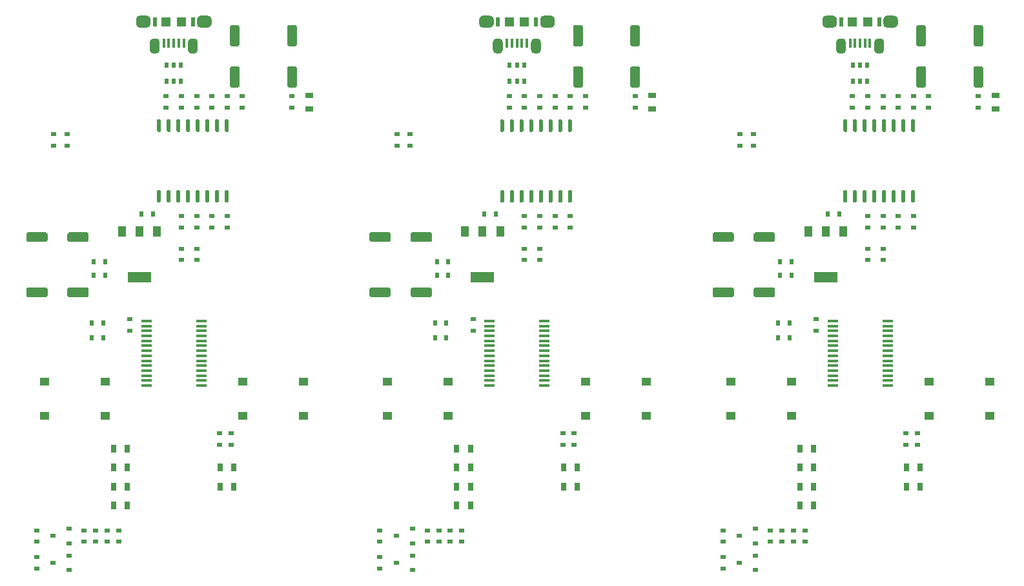
<source format=gtp>
%TF.GenerationSoftware,KiCad,Pcbnew,(5.1.10)-1*%
%TF.CreationDate,2021-10-19T12:00:10+02:00*%
%TF.ProjectId,EspOptoProg Panel,4573704f-7074-46f5-9072-6f672050616e,rev?*%
%TF.SameCoordinates,PXffb3b4c0PY4c4b40*%
%TF.FileFunction,Paste,Top*%
%TF.FilePolarity,Positive*%
%FSLAX46Y46*%
G04 Gerber Fmt 4.6, Leading zero omitted, Abs format (unit mm)*
G04 Created by KiCad (PCBNEW (5.1.10)-1) date 2021-10-19 12:00:10*
%MOMM*%
%LPD*%
G01*
G04 APERTURE LIST*
%ADD10R,1.320000X0.320000*%
%ADD11R,0.480000X0.760000*%
%ADD12R,0.800608X0.560000*%
%ADD13R,0.760000X0.480000*%
%ADD14R,0.640000X1.120000*%
%ADD15R,3.039872X1.440688*%
%ADD16R,1.040384X1.440688*%
%ADD17R,0.560000X1.200000*%
%ADD18R,1.200000X1.200000*%
%ADD19O,0.720000X1.240000*%
%ADD20O,1.040000X0.800000*%
%ADD21R,0.360000X1.280000*%
%ADD22R,1.240000X1.040000*%
%ADD23R,1.120000X0.640000*%
%ADD24R,0.479552X0.800608*%
G04 APERTURE END LIST*
%TO.C,U20*%
G36*
G01*
X31825000Y61420000D02*
X32065000Y61420000D01*
G75*
G02*
X32185000Y61300000I0J-120000D01*
G01*
X32185000Y59900000D01*
G75*
G02*
X32065000Y59780000I-120000J0D01*
G01*
X31825000Y59780000D01*
G75*
G02*
X31705000Y59900000I0J120000D01*
G01*
X31705000Y61300000D01*
G75*
G02*
X31825000Y61420000I120000J0D01*
G01*
G37*
G36*
G01*
X30555000Y61420000D02*
X30795000Y61420000D01*
G75*
G02*
X30915000Y61300000I0J-120000D01*
G01*
X30915000Y59900000D01*
G75*
G02*
X30795000Y59780000I-120000J0D01*
G01*
X30555000Y59780000D01*
G75*
G02*
X30435000Y59900000I0J120000D01*
G01*
X30435000Y61300000D01*
G75*
G02*
X30555000Y61420000I120000J0D01*
G01*
G37*
G36*
G01*
X29285000Y61420000D02*
X29525000Y61420000D01*
G75*
G02*
X29645000Y61300000I0J-120000D01*
G01*
X29645000Y59900000D01*
G75*
G02*
X29525000Y59780000I-120000J0D01*
G01*
X29285000Y59780000D01*
G75*
G02*
X29165000Y59900000I0J120000D01*
G01*
X29165000Y61300000D01*
G75*
G02*
X29285000Y61420000I120000J0D01*
G01*
G37*
G36*
G01*
X28015000Y61420000D02*
X28255000Y61420000D01*
G75*
G02*
X28375000Y61300000I0J-120000D01*
G01*
X28375000Y59900000D01*
G75*
G02*
X28255000Y59780000I-120000J0D01*
G01*
X28015000Y59780000D01*
G75*
G02*
X27895000Y59900000I0J120000D01*
G01*
X27895000Y61300000D01*
G75*
G02*
X28015000Y61420000I120000J0D01*
G01*
G37*
G36*
G01*
X26745000Y61420000D02*
X26985000Y61420000D01*
G75*
G02*
X27105000Y61300000I0J-120000D01*
G01*
X27105000Y59900000D01*
G75*
G02*
X26985000Y59780000I-120000J0D01*
G01*
X26745000Y59780000D01*
G75*
G02*
X26625000Y59900000I0J120000D01*
G01*
X26625000Y61300000D01*
G75*
G02*
X26745000Y61420000I120000J0D01*
G01*
G37*
G36*
G01*
X25475000Y61420000D02*
X25715000Y61420000D01*
G75*
G02*
X25835000Y61300000I0J-120000D01*
G01*
X25835000Y59900000D01*
G75*
G02*
X25715000Y59780000I-120000J0D01*
G01*
X25475000Y59780000D01*
G75*
G02*
X25355000Y59900000I0J120000D01*
G01*
X25355000Y61300000D01*
G75*
G02*
X25475000Y61420000I120000J0D01*
G01*
G37*
G36*
G01*
X24205000Y61420000D02*
X24445000Y61420000D01*
G75*
G02*
X24565000Y61300000I0J-120000D01*
G01*
X24565000Y59900000D01*
G75*
G02*
X24445000Y59780000I-120000J0D01*
G01*
X24205000Y59780000D01*
G75*
G02*
X24085000Y59900000I0J120000D01*
G01*
X24085000Y61300000D01*
G75*
G02*
X24205000Y61420000I120000J0D01*
G01*
G37*
G36*
G01*
X22935000Y61420000D02*
X23175000Y61420000D01*
G75*
G02*
X23295000Y61300000I0J-120000D01*
G01*
X23295000Y59900000D01*
G75*
G02*
X23175000Y59780000I-120000J0D01*
G01*
X22935000Y59780000D01*
G75*
G02*
X22815000Y59900000I0J120000D01*
G01*
X22815000Y61300000D01*
G75*
G02*
X22935000Y61420000I120000J0D01*
G01*
G37*
G36*
G01*
X22935000Y70720000D02*
X23175000Y70720000D01*
G75*
G02*
X23295000Y70600000I0J-120000D01*
G01*
X23295000Y69200000D01*
G75*
G02*
X23175000Y69080000I-120000J0D01*
G01*
X22935000Y69080000D01*
G75*
G02*
X22815000Y69200000I0J120000D01*
G01*
X22815000Y70600000D01*
G75*
G02*
X22935000Y70720000I120000J0D01*
G01*
G37*
G36*
G01*
X24205000Y70720000D02*
X24445000Y70720000D01*
G75*
G02*
X24565000Y70600000I0J-120000D01*
G01*
X24565000Y69200000D01*
G75*
G02*
X24445000Y69080000I-120000J0D01*
G01*
X24205000Y69080000D01*
G75*
G02*
X24085000Y69200000I0J120000D01*
G01*
X24085000Y70600000D01*
G75*
G02*
X24205000Y70720000I120000J0D01*
G01*
G37*
G36*
G01*
X25475000Y70720000D02*
X25715000Y70720000D01*
G75*
G02*
X25835000Y70600000I0J-120000D01*
G01*
X25835000Y69200000D01*
G75*
G02*
X25715000Y69080000I-120000J0D01*
G01*
X25475000Y69080000D01*
G75*
G02*
X25355000Y69200000I0J120000D01*
G01*
X25355000Y70600000D01*
G75*
G02*
X25475000Y70720000I120000J0D01*
G01*
G37*
G36*
G01*
X26745000Y70720000D02*
X26985000Y70720000D01*
G75*
G02*
X27105000Y70600000I0J-120000D01*
G01*
X27105000Y69200000D01*
G75*
G02*
X26985000Y69080000I-120000J0D01*
G01*
X26745000Y69080000D01*
G75*
G02*
X26625000Y69200000I0J120000D01*
G01*
X26625000Y70600000D01*
G75*
G02*
X26745000Y70720000I120000J0D01*
G01*
G37*
G36*
G01*
X28015000Y70720000D02*
X28255000Y70720000D01*
G75*
G02*
X28375000Y70600000I0J-120000D01*
G01*
X28375000Y69200000D01*
G75*
G02*
X28255000Y69080000I-120000J0D01*
G01*
X28015000Y69080000D01*
G75*
G02*
X27895000Y69200000I0J120000D01*
G01*
X27895000Y70600000D01*
G75*
G02*
X28015000Y70720000I120000J0D01*
G01*
G37*
G36*
G01*
X29285000Y70720000D02*
X29525000Y70720000D01*
G75*
G02*
X29645000Y70600000I0J-120000D01*
G01*
X29645000Y69200000D01*
G75*
G02*
X29525000Y69080000I-120000J0D01*
G01*
X29285000Y69080000D01*
G75*
G02*
X29165000Y69200000I0J120000D01*
G01*
X29165000Y70600000D01*
G75*
G02*
X29285000Y70720000I120000J0D01*
G01*
G37*
G36*
G01*
X30555000Y70720000D02*
X30795000Y70720000D01*
G75*
G02*
X30915000Y70600000I0J-120000D01*
G01*
X30915000Y69200000D01*
G75*
G02*
X30795000Y69080000I-120000J0D01*
G01*
X30555000Y69080000D01*
G75*
G02*
X30435000Y69200000I0J120000D01*
G01*
X30435000Y70600000D01*
G75*
G02*
X30555000Y70720000I120000J0D01*
G01*
G37*
G36*
G01*
X31825000Y70720000D02*
X32065000Y70720000D01*
G75*
G02*
X32185000Y70600000I0J-120000D01*
G01*
X32185000Y69200000D01*
G75*
G02*
X32065000Y69080000I-120000J0D01*
G01*
X31825000Y69080000D01*
G75*
G02*
X31705000Y69200000I0J120000D01*
G01*
X31705000Y70600000D01*
G75*
G02*
X31825000Y70720000I120000J0D01*
G01*
G37*
%TD*%
D10*
%TO.C,U30*%
X21400000Y42925000D03*
X21400000Y43575000D03*
X21400000Y44225000D03*
X28600000Y44225000D03*
X28600000Y43575000D03*
X28600000Y42925000D03*
X28600000Y37075000D03*
X28600000Y36425000D03*
X28600000Y35775000D03*
X21400000Y35775000D03*
X21400000Y36425000D03*
X21400000Y37075000D03*
X21400000Y38375000D03*
X28600000Y42275000D03*
X21400000Y39025000D03*
X21400000Y39675000D03*
X21400000Y40325000D03*
X21400000Y40975000D03*
X21400000Y41625000D03*
X21400000Y42275000D03*
X28600000Y39025000D03*
X28600000Y38375000D03*
X28600000Y37725000D03*
X21400000Y37725000D03*
X28600000Y41625000D03*
X28600000Y40975000D03*
X28600000Y40325000D03*
X28600000Y39675000D03*
%TD*%
%TO.C,C53*%
G36*
G01*
X40940000Y80300000D02*
X40060000Y80300000D01*
G75*
G02*
X39860000Y80500000I0J200000D01*
G01*
X39860000Y82900000D01*
G75*
G02*
X40060000Y83100000I200000J0D01*
G01*
X40940000Y83100000D01*
G75*
G02*
X41140000Y82900000I0J-200000D01*
G01*
X41140000Y80500000D01*
G75*
G02*
X40940000Y80300000I-200000J0D01*
G01*
G37*
G36*
G01*
X40940000Y74900000D02*
X40060000Y74900000D01*
G75*
G02*
X39860000Y75100000I0J200000D01*
G01*
X39860000Y77500000D01*
G75*
G02*
X40060000Y77700000I200000J0D01*
G01*
X40940000Y77700000D01*
G75*
G02*
X41140000Y77500000I0J-200000D01*
G01*
X41140000Y75100000D01*
G75*
G02*
X40940000Y74900000I-200000J0D01*
G01*
G37*
%TD*%
D11*
%TO.C,C57*%
X15750000Y44000000D03*
X14250000Y44000000D03*
%TD*%
%TO.C,C56*%
X15750000Y42000000D03*
X14250000Y42000000D03*
%TD*%
%TO.C,C55*%
G36*
G01*
X8450000Y48440000D02*
X8450000Y47560000D01*
G75*
G02*
X8250000Y47360000I-200000J0D01*
G01*
X5850000Y47360000D01*
G75*
G02*
X5650000Y47560000I0J200000D01*
G01*
X5650000Y48440000D01*
G75*
G02*
X5850000Y48640000I200000J0D01*
G01*
X8250000Y48640000D01*
G75*
G02*
X8450000Y48440000I0J-200000D01*
G01*
G37*
G36*
G01*
X13850000Y48440000D02*
X13850000Y47560000D01*
G75*
G02*
X13650000Y47360000I-200000J0D01*
G01*
X11250000Y47360000D01*
G75*
G02*
X11050000Y47560000I0J200000D01*
G01*
X11050000Y48440000D01*
G75*
G02*
X11250000Y48640000I200000J0D01*
G01*
X13650000Y48640000D01*
G75*
G02*
X13850000Y48440000I0J-200000D01*
G01*
G37*
%TD*%
%TO.C,C54*%
G36*
G01*
X8450000Y55690000D02*
X8450000Y54810000D01*
G75*
G02*
X8250000Y54610000I-200000J0D01*
G01*
X5850000Y54610000D01*
G75*
G02*
X5650000Y54810000I0J200000D01*
G01*
X5650000Y55690000D01*
G75*
G02*
X5850000Y55890000I200000J0D01*
G01*
X8250000Y55890000D01*
G75*
G02*
X8450000Y55690000I0J-200000D01*
G01*
G37*
G36*
G01*
X13850000Y55690000D02*
X13850000Y54810000D01*
G75*
G02*
X13650000Y54610000I-200000J0D01*
G01*
X11250000Y54610000D01*
G75*
G02*
X11050000Y54810000I0J200000D01*
G01*
X11050000Y55690000D01*
G75*
G02*
X11250000Y55890000I200000J0D01*
G01*
X13650000Y55890000D01*
G75*
G02*
X13850000Y55690000I0J-200000D01*
G01*
G37*
%TD*%
%TO.C,C52*%
G36*
G01*
X33440000Y80300000D02*
X32560000Y80300000D01*
G75*
G02*
X32360000Y80500000I0J200000D01*
G01*
X32360000Y82900000D01*
G75*
G02*
X32560000Y83100000I200000J0D01*
G01*
X33440000Y83100000D01*
G75*
G02*
X33640000Y82900000I0J-200000D01*
G01*
X33640000Y80500000D01*
G75*
G02*
X33440000Y80300000I-200000J0D01*
G01*
G37*
G36*
G01*
X33440000Y74900000D02*
X32560000Y74900000D01*
G75*
G02*
X32360000Y75100000I0J200000D01*
G01*
X32360000Y77500000D01*
G75*
G02*
X32560000Y77700000I200000J0D01*
G01*
X33440000Y77700000D01*
G75*
G02*
X33640000Y77500000I0J-200000D01*
G01*
X33640000Y75100000D01*
G75*
G02*
X33440000Y74900000I-200000J0D01*
G01*
G37*
%TD*%
D12*
%TO.C,T71*%
X11306640Y13452500D03*
X9193360Y12500000D03*
X11306640Y11547500D03*
%TD*%
%TO.C,T70*%
X11306640Y16952500D03*
X9193360Y16000000D03*
X11306640Y15047500D03*
%TD*%
D13*
%TO.C,R76*%
X14750000Y16750000D03*
X14750000Y15250000D03*
%TD*%
%TO.C,R75*%
X7000000Y11750000D03*
X7000000Y13250000D03*
%TD*%
%TO.C,R74*%
X17750000Y16750000D03*
X17750000Y15250000D03*
%TD*%
%TO.C,R73*%
X7000000Y15250000D03*
X7000000Y16750000D03*
%TD*%
D14*
%TO.C,D74*%
X18900000Y25000000D03*
X17100000Y25000000D03*
%TD*%
%TO.C,D73*%
X18900000Y22500000D03*
X17100000Y22500000D03*
%TD*%
D15*
%TO.C,U60*%
X20500000Y50000260D03*
D16*
X18198760Y55999740D03*
X20500000Y55999740D03*
X22801240Y55999740D03*
%TD*%
D13*
%TO.C,R72*%
X13250000Y16750000D03*
X13250000Y15250000D03*
%TD*%
%TO.C,R71*%
X16250000Y16750000D03*
X16250000Y15250000D03*
%TD*%
%TO.C,R70*%
X40500000Y73750000D03*
X40500000Y72250000D03*
%TD*%
%TO.C,R33*%
X31000000Y29500000D03*
X31000000Y28000000D03*
%TD*%
%TO.C,R32*%
X32500000Y29500000D03*
X32500000Y28000000D03*
%TD*%
%TO.C,R31*%
X26000000Y53750000D03*
X26000000Y52250000D03*
%TD*%
%TO.C,R30*%
X28000000Y52250000D03*
X28000000Y53750000D03*
%TD*%
%TO.C,R27*%
X32000000Y58000000D03*
X32000000Y56500000D03*
%TD*%
%TO.C,R26*%
X30000000Y56500000D03*
X30000000Y58000000D03*
%TD*%
%TO.C,R25*%
X26000000Y58000000D03*
X26000000Y56500000D03*
%TD*%
%TO.C,R24*%
X28000000Y56500000D03*
X28000000Y58000000D03*
%TD*%
%TO.C,R23*%
X30000000Y72250000D03*
X30000000Y73750000D03*
%TD*%
%TO.C,R22*%
X28000000Y73750000D03*
X28000000Y72250000D03*
%TD*%
%TO.C,R21*%
X34000000Y72250000D03*
X34000000Y73750000D03*
%TD*%
%TO.C,R20*%
X32000000Y73750000D03*
X32000000Y72250000D03*
%TD*%
%TO.C,R11*%
X24000000Y72250000D03*
X24000000Y73750000D03*
%TD*%
%TO.C,R10*%
X26000000Y72250000D03*
X26000000Y73750000D03*
%TD*%
%TO.C,K10*%
G36*
G01*
X29950000Y83875501D02*
X29950000Y83224499D01*
G75*
G02*
X29500501Y82775000I-449499J0D01*
G01*
X28499499Y82775000D01*
G75*
G02*
X28050000Y83224499I0J449499D01*
G01*
X28050000Y83875501D01*
G75*
G02*
X28499499Y84325000I449499J0D01*
G01*
X29500501Y84325000D01*
G75*
G02*
X29950000Y83875501I0J-449499D01*
G01*
G37*
G36*
G01*
X21950000Y83875501D02*
X21950000Y83224499D01*
G75*
G02*
X21500501Y82775000I-449499J0D01*
G01*
X20499499Y82775000D01*
G75*
G02*
X20050000Y83224499I0J449499D01*
G01*
X20050000Y83875501D01*
G75*
G02*
X20499499Y84325000I449499J0D01*
G01*
X21500501Y84325000D01*
G75*
G02*
X21950000Y83875501I0J-449499D01*
G01*
G37*
G36*
G01*
X28150000Y80849500D02*
X28150000Y79850500D01*
G75*
G02*
X27649500Y79350000I-500500J0D01*
G01*
X27350500Y79350000D01*
G75*
G02*
X26850000Y79850500I0J500500D01*
G01*
X26850000Y80849500D01*
G75*
G02*
X27350500Y81350000I500500J0D01*
G01*
X27649500Y81350000D01*
G75*
G02*
X28150000Y80849500I0J-500500D01*
G01*
G37*
G36*
G01*
X23150000Y80849500D02*
X23150000Y79850500D01*
G75*
G02*
X22649500Y79350000I-500500J0D01*
G01*
X22350500Y79350000D01*
G75*
G02*
X21850000Y79850500I0J500500D01*
G01*
X21850000Y80849500D01*
G75*
G02*
X22350500Y81350000I500500J0D01*
G01*
X22649500Y81350000D01*
G75*
G02*
X23150000Y80849500I0J-500500D01*
G01*
G37*
D17*
X27500000Y83550000D03*
X22500000Y83550000D03*
D18*
X26000000Y83550000D03*
X24000000Y83550000D03*
D19*
X21500000Y83550000D03*
D20*
X27500000Y80850000D03*
X22500000Y80850000D03*
D19*
X28500000Y83550000D03*
D21*
X23700000Y80750000D03*
X24350000Y80750000D03*
X25000000Y80750000D03*
X25650000Y80750000D03*
X26300000Y80750000D03*
%TD*%
D22*
%TO.C,J32*%
X34020000Y36250000D03*
X34020000Y31750000D03*
X41980000Y31750000D03*
X41980000Y36250000D03*
%TD*%
%TO.C,J31*%
X8020000Y36250000D03*
X8020000Y31750000D03*
X15980000Y31750000D03*
X15980000Y36250000D03*
%TD*%
D14*
%TO.C,D72*%
X18900000Y27500000D03*
X17100000Y27500000D03*
%TD*%
%TO.C,D71*%
X18900000Y20000000D03*
X17100000Y20000000D03*
%TD*%
D23*
%TO.C,D70*%
X42750000Y73900000D03*
X42750000Y72100000D03*
%TD*%
D14*
%TO.C,D31*%
X32900000Y22500000D03*
X31100000Y22500000D03*
%TD*%
%TO.C,D30*%
X32900000Y25000000D03*
X31100000Y25000000D03*
%TD*%
D24*
%TO.C,D10*%
X25000000Y75693360D03*
X25952500Y75693360D03*
X24047500Y75693360D03*
X25000000Y77806640D03*
X24047500Y77806640D03*
X25952500Y77806640D03*
%TD*%
D11*
%TO.C,C62*%
X20750000Y58250000D03*
X22250000Y58250000D03*
%TD*%
%TO.C,C61*%
X14500000Y52000000D03*
X16000000Y52000000D03*
%TD*%
%TO.C,C60*%
X14500000Y50250000D03*
X16000000Y50250000D03*
%TD*%
D13*
%TO.C,C51*%
X11000000Y67250000D03*
X11000000Y68750000D03*
%TD*%
%TO.C,C50*%
X9250000Y67250000D03*
X9250000Y68750000D03*
%TD*%
%TO.C,C30*%
X19250000Y43000000D03*
X19250000Y44500000D03*
%TD*%
%TO.C,U20*%
G36*
G01*
X76825000Y61420000D02*
X77065000Y61420000D01*
G75*
G02*
X77185000Y61300000I0J-120000D01*
G01*
X77185000Y59900000D01*
G75*
G02*
X77065000Y59780000I-120000J0D01*
G01*
X76825000Y59780000D01*
G75*
G02*
X76705000Y59900000I0J120000D01*
G01*
X76705000Y61300000D01*
G75*
G02*
X76825000Y61420000I120000J0D01*
G01*
G37*
G36*
G01*
X75555000Y61420000D02*
X75795000Y61420000D01*
G75*
G02*
X75915000Y61300000I0J-120000D01*
G01*
X75915000Y59900000D01*
G75*
G02*
X75795000Y59780000I-120000J0D01*
G01*
X75555000Y59780000D01*
G75*
G02*
X75435000Y59900000I0J120000D01*
G01*
X75435000Y61300000D01*
G75*
G02*
X75555000Y61420000I120000J0D01*
G01*
G37*
G36*
G01*
X74285000Y61420000D02*
X74525000Y61420000D01*
G75*
G02*
X74645000Y61300000I0J-120000D01*
G01*
X74645000Y59900000D01*
G75*
G02*
X74525000Y59780000I-120000J0D01*
G01*
X74285000Y59780000D01*
G75*
G02*
X74165000Y59900000I0J120000D01*
G01*
X74165000Y61300000D01*
G75*
G02*
X74285000Y61420000I120000J0D01*
G01*
G37*
G36*
G01*
X73015000Y61420000D02*
X73255000Y61420000D01*
G75*
G02*
X73375000Y61300000I0J-120000D01*
G01*
X73375000Y59900000D01*
G75*
G02*
X73255000Y59780000I-120000J0D01*
G01*
X73015000Y59780000D01*
G75*
G02*
X72895000Y59900000I0J120000D01*
G01*
X72895000Y61300000D01*
G75*
G02*
X73015000Y61420000I120000J0D01*
G01*
G37*
G36*
G01*
X71745000Y61420000D02*
X71985000Y61420000D01*
G75*
G02*
X72105000Y61300000I0J-120000D01*
G01*
X72105000Y59900000D01*
G75*
G02*
X71985000Y59780000I-120000J0D01*
G01*
X71745000Y59780000D01*
G75*
G02*
X71625000Y59900000I0J120000D01*
G01*
X71625000Y61300000D01*
G75*
G02*
X71745000Y61420000I120000J0D01*
G01*
G37*
G36*
G01*
X70475000Y61420000D02*
X70715000Y61420000D01*
G75*
G02*
X70835000Y61300000I0J-120000D01*
G01*
X70835000Y59900000D01*
G75*
G02*
X70715000Y59780000I-120000J0D01*
G01*
X70475000Y59780000D01*
G75*
G02*
X70355000Y59900000I0J120000D01*
G01*
X70355000Y61300000D01*
G75*
G02*
X70475000Y61420000I120000J0D01*
G01*
G37*
G36*
G01*
X69205000Y61420000D02*
X69445000Y61420000D01*
G75*
G02*
X69565000Y61300000I0J-120000D01*
G01*
X69565000Y59900000D01*
G75*
G02*
X69445000Y59780000I-120000J0D01*
G01*
X69205000Y59780000D01*
G75*
G02*
X69085000Y59900000I0J120000D01*
G01*
X69085000Y61300000D01*
G75*
G02*
X69205000Y61420000I120000J0D01*
G01*
G37*
G36*
G01*
X67935000Y61420000D02*
X68175000Y61420000D01*
G75*
G02*
X68295000Y61300000I0J-120000D01*
G01*
X68295000Y59900000D01*
G75*
G02*
X68175000Y59780000I-120000J0D01*
G01*
X67935000Y59780000D01*
G75*
G02*
X67815000Y59900000I0J120000D01*
G01*
X67815000Y61300000D01*
G75*
G02*
X67935000Y61420000I120000J0D01*
G01*
G37*
G36*
G01*
X67935000Y70720000D02*
X68175000Y70720000D01*
G75*
G02*
X68295000Y70600000I0J-120000D01*
G01*
X68295000Y69200000D01*
G75*
G02*
X68175000Y69080000I-120000J0D01*
G01*
X67935000Y69080000D01*
G75*
G02*
X67815000Y69200000I0J120000D01*
G01*
X67815000Y70600000D01*
G75*
G02*
X67935000Y70720000I120000J0D01*
G01*
G37*
G36*
G01*
X69205000Y70720000D02*
X69445000Y70720000D01*
G75*
G02*
X69565000Y70600000I0J-120000D01*
G01*
X69565000Y69200000D01*
G75*
G02*
X69445000Y69080000I-120000J0D01*
G01*
X69205000Y69080000D01*
G75*
G02*
X69085000Y69200000I0J120000D01*
G01*
X69085000Y70600000D01*
G75*
G02*
X69205000Y70720000I120000J0D01*
G01*
G37*
G36*
G01*
X70475000Y70720000D02*
X70715000Y70720000D01*
G75*
G02*
X70835000Y70600000I0J-120000D01*
G01*
X70835000Y69200000D01*
G75*
G02*
X70715000Y69080000I-120000J0D01*
G01*
X70475000Y69080000D01*
G75*
G02*
X70355000Y69200000I0J120000D01*
G01*
X70355000Y70600000D01*
G75*
G02*
X70475000Y70720000I120000J0D01*
G01*
G37*
G36*
G01*
X71745000Y70720000D02*
X71985000Y70720000D01*
G75*
G02*
X72105000Y70600000I0J-120000D01*
G01*
X72105000Y69200000D01*
G75*
G02*
X71985000Y69080000I-120000J0D01*
G01*
X71745000Y69080000D01*
G75*
G02*
X71625000Y69200000I0J120000D01*
G01*
X71625000Y70600000D01*
G75*
G02*
X71745000Y70720000I120000J0D01*
G01*
G37*
G36*
G01*
X73015000Y70720000D02*
X73255000Y70720000D01*
G75*
G02*
X73375000Y70600000I0J-120000D01*
G01*
X73375000Y69200000D01*
G75*
G02*
X73255000Y69080000I-120000J0D01*
G01*
X73015000Y69080000D01*
G75*
G02*
X72895000Y69200000I0J120000D01*
G01*
X72895000Y70600000D01*
G75*
G02*
X73015000Y70720000I120000J0D01*
G01*
G37*
G36*
G01*
X74285000Y70720000D02*
X74525000Y70720000D01*
G75*
G02*
X74645000Y70600000I0J-120000D01*
G01*
X74645000Y69200000D01*
G75*
G02*
X74525000Y69080000I-120000J0D01*
G01*
X74285000Y69080000D01*
G75*
G02*
X74165000Y69200000I0J120000D01*
G01*
X74165000Y70600000D01*
G75*
G02*
X74285000Y70720000I120000J0D01*
G01*
G37*
G36*
G01*
X75555000Y70720000D02*
X75795000Y70720000D01*
G75*
G02*
X75915000Y70600000I0J-120000D01*
G01*
X75915000Y69200000D01*
G75*
G02*
X75795000Y69080000I-120000J0D01*
G01*
X75555000Y69080000D01*
G75*
G02*
X75435000Y69200000I0J120000D01*
G01*
X75435000Y70600000D01*
G75*
G02*
X75555000Y70720000I120000J0D01*
G01*
G37*
G36*
G01*
X76825000Y70720000D02*
X77065000Y70720000D01*
G75*
G02*
X77185000Y70600000I0J-120000D01*
G01*
X77185000Y69200000D01*
G75*
G02*
X77065000Y69080000I-120000J0D01*
G01*
X76825000Y69080000D01*
G75*
G02*
X76705000Y69200000I0J120000D01*
G01*
X76705000Y70600000D01*
G75*
G02*
X76825000Y70720000I120000J0D01*
G01*
G37*
%TD*%
D10*
%TO.C,U30*%
X66400000Y42925000D03*
X66400000Y43575000D03*
X66400000Y44225000D03*
X73600000Y44225000D03*
X73600000Y43575000D03*
X73600000Y42925000D03*
X73600000Y37075000D03*
X73600000Y36425000D03*
X73600000Y35775000D03*
X66400000Y35775000D03*
X66400000Y36425000D03*
X66400000Y37075000D03*
X66400000Y38375000D03*
X73600000Y42275000D03*
X66400000Y39025000D03*
X66400000Y39675000D03*
X66400000Y40325000D03*
X66400000Y40975000D03*
X66400000Y41625000D03*
X66400000Y42275000D03*
X73600000Y39025000D03*
X73600000Y38375000D03*
X73600000Y37725000D03*
X66400000Y37725000D03*
X73600000Y41625000D03*
X73600000Y40975000D03*
X73600000Y40325000D03*
X73600000Y39675000D03*
%TD*%
%TO.C,C53*%
G36*
G01*
X85940000Y80300000D02*
X85060000Y80300000D01*
G75*
G02*
X84860000Y80500000I0J200000D01*
G01*
X84860000Y82900000D01*
G75*
G02*
X85060000Y83100000I200000J0D01*
G01*
X85940000Y83100000D01*
G75*
G02*
X86140000Y82900000I0J-200000D01*
G01*
X86140000Y80500000D01*
G75*
G02*
X85940000Y80300000I-200000J0D01*
G01*
G37*
G36*
G01*
X85940000Y74900000D02*
X85060000Y74900000D01*
G75*
G02*
X84860000Y75100000I0J200000D01*
G01*
X84860000Y77500000D01*
G75*
G02*
X85060000Y77700000I200000J0D01*
G01*
X85940000Y77700000D01*
G75*
G02*
X86140000Y77500000I0J-200000D01*
G01*
X86140000Y75100000D01*
G75*
G02*
X85940000Y74900000I-200000J0D01*
G01*
G37*
%TD*%
D11*
%TO.C,C57*%
X60750000Y44000000D03*
X59250000Y44000000D03*
%TD*%
%TO.C,C56*%
X60750000Y42000000D03*
X59250000Y42000000D03*
%TD*%
%TO.C,C55*%
G36*
G01*
X53450000Y48440000D02*
X53450000Y47560000D01*
G75*
G02*
X53250000Y47360000I-200000J0D01*
G01*
X50850000Y47360000D01*
G75*
G02*
X50650000Y47560000I0J200000D01*
G01*
X50650000Y48440000D01*
G75*
G02*
X50850000Y48640000I200000J0D01*
G01*
X53250000Y48640000D01*
G75*
G02*
X53450000Y48440000I0J-200000D01*
G01*
G37*
G36*
G01*
X58850000Y48440000D02*
X58850000Y47560000D01*
G75*
G02*
X58650000Y47360000I-200000J0D01*
G01*
X56250000Y47360000D01*
G75*
G02*
X56050000Y47560000I0J200000D01*
G01*
X56050000Y48440000D01*
G75*
G02*
X56250000Y48640000I200000J0D01*
G01*
X58650000Y48640000D01*
G75*
G02*
X58850000Y48440000I0J-200000D01*
G01*
G37*
%TD*%
%TO.C,C54*%
G36*
G01*
X53450000Y55690000D02*
X53450000Y54810000D01*
G75*
G02*
X53250000Y54610000I-200000J0D01*
G01*
X50850000Y54610000D01*
G75*
G02*
X50650000Y54810000I0J200000D01*
G01*
X50650000Y55690000D01*
G75*
G02*
X50850000Y55890000I200000J0D01*
G01*
X53250000Y55890000D01*
G75*
G02*
X53450000Y55690000I0J-200000D01*
G01*
G37*
G36*
G01*
X58850000Y55690000D02*
X58850000Y54810000D01*
G75*
G02*
X58650000Y54610000I-200000J0D01*
G01*
X56250000Y54610000D01*
G75*
G02*
X56050000Y54810000I0J200000D01*
G01*
X56050000Y55690000D01*
G75*
G02*
X56250000Y55890000I200000J0D01*
G01*
X58650000Y55890000D01*
G75*
G02*
X58850000Y55690000I0J-200000D01*
G01*
G37*
%TD*%
%TO.C,C52*%
G36*
G01*
X78440000Y80300000D02*
X77560000Y80300000D01*
G75*
G02*
X77360000Y80500000I0J200000D01*
G01*
X77360000Y82900000D01*
G75*
G02*
X77560000Y83100000I200000J0D01*
G01*
X78440000Y83100000D01*
G75*
G02*
X78640000Y82900000I0J-200000D01*
G01*
X78640000Y80500000D01*
G75*
G02*
X78440000Y80300000I-200000J0D01*
G01*
G37*
G36*
G01*
X78440000Y74900000D02*
X77560000Y74900000D01*
G75*
G02*
X77360000Y75100000I0J200000D01*
G01*
X77360000Y77500000D01*
G75*
G02*
X77560000Y77700000I200000J0D01*
G01*
X78440000Y77700000D01*
G75*
G02*
X78640000Y77500000I0J-200000D01*
G01*
X78640000Y75100000D01*
G75*
G02*
X78440000Y74900000I-200000J0D01*
G01*
G37*
%TD*%
D12*
%TO.C,T71*%
X56306640Y13452500D03*
X54193360Y12500000D03*
X56306640Y11547500D03*
%TD*%
%TO.C,T70*%
X56306640Y16952500D03*
X54193360Y16000000D03*
X56306640Y15047500D03*
%TD*%
D13*
%TO.C,R76*%
X59750000Y16750000D03*
X59750000Y15250000D03*
%TD*%
%TO.C,R75*%
X52000000Y11750000D03*
X52000000Y13250000D03*
%TD*%
%TO.C,R74*%
X62750000Y16750000D03*
X62750000Y15250000D03*
%TD*%
%TO.C,R73*%
X52000000Y15250000D03*
X52000000Y16750000D03*
%TD*%
D14*
%TO.C,D74*%
X63900000Y25000000D03*
X62100000Y25000000D03*
%TD*%
%TO.C,D73*%
X63900000Y22500000D03*
X62100000Y22500000D03*
%TD*%
D15*
%TO.C,U60*%
X65500000Y50000260D03*
D16*
X63198760Y55999740D03*
X65500000Y55999740D03*
X67801240Y55999740D03*
%TD*%
D13*
%TO.C,R72*%
X58250000Y16750000D03*
X58250000Y15250000D03*
%TD*%
%TO.C,R71*%
X61250000Y16750000D03*
X61250000Y15250000D03*
%TD*%
%TO.C,R70*%
X85500000Y73750000D03*
X85500000Y72250000D03*
%TD*%
%TO.C,R33*%
X76000000Y29500000D03*
X76000000Y28000000D03*
%TD*%
%TO.C,R32*%
X77500000Y29500000D03*
X77500000Y28000000D03*
%TD*%
%TO.C,R31*%
X71000000Y53750000D03*
X71000000Y52250000D03*
%TD*%
%TO.C,R30*%
X73000000Y52250000D03*
X73000000Y53750000D03*
%TD*%
%TO.C,R27*%
X77000000Y58000000D03*
X77000000Y56500000D03*
%TD*%
%TO.C,R26*%
X75000000Y56500000D03*
X75000000Y58000000D03*
%TD*%
%TO.C,R25*%
X71000000Y58000000D03*
X71000000Y56500000D03*
%TD*%
%TO.C,R24*%
X73000000Y56500000D03*
X73000000Y58000000D03*
%TD*%
%TO.C,R23*%
X75000000Y72250000D03*
X75000000Y73750000D03*
%TD*%
%TO.C,R22*%
X73000000Y73750000D03*
X73000000Y72250000D03*
%TD*%
%TO.C,R21*%
X79000000Y72250000D03*
X79000000Y73750000D03*
%TD*%
%TO.C,R20*%
X77000000Y73750000D03*
X77000000Y72250000D03*
%TD*%
%TO.C,R11*%
X69000000Y72250000D03*
X69000000Y73750000D03*
%TD*%
%TO.C,R10*%
X71000000Y72250000D03*
X71000000Y73750000D03*
%TD*%
%TO.C,K10*%
G36*
G01*
X74950000Y83875501D02*
X74950000Y83224499D01*
G75*
G02*
X74500501Y82775000I-449499J0D01*
G01*
X73499499Y82775000D01*
G75*
G02*
X73050000Y83224499I0J449499D01*
G01*
X73050000Y83875501D01*
G75*
G02*
X73499499Y84325000I449499J0D01*
G01*
X74500501Y84325000D01*
G75*
G02*
X74950000Y83875501I0J-449499D01*
G01*
G37*
G36*
G01*
X66950000Y83875501D02*
X66950000Y83224499D01*
G75*
G02*
X66500501Y82775000I-449499J0D01*
G01*
X65499499Y82775000D01*
G75*
G02*
X65050000Y83224499I0J449499D01*
G01*
X65050000Y83875501D01*
G75*
G02*
X65499499Y84325000I449499J0D01*
G01*
X66500501Y84325000D01*
G75*
G02*
X66950000Y83875501I0J-449499D01*
G01*
G37*
G36*
G01*
X73150000Y80849500D02*
X73150000Y79850500D01*
G75*
G02*
X72649500Y79350000I-500500J0D01*
G01*
X72350500Y79350000D01*
G75*
G02*
X71850000Y79850500I0J500500D01*
G01*
X71850000Y80849500D01*
G75*
G02*
X72350500Y81350000I500500J0D01*
G01*
X72649500Y81350000D01*
G75*
G02*
X73150000Y80849500I0J-500500D01*
G01*
G37*
G36*
G01*
X68150000Y80849500D02*
X68150000Y79850500D01*
G75*
G02*
X67649500Y79350000I-500500J0D01*
G01*
X67350500Y79350000D01*
G75*
G02*
X66850000Y79850500I0J500500D01*
G01*
X66850000Y80849500D01*
G75*
G02*
X67350500Y81350000I500500J0D01*
G01*
X67649500Y81350000D01*
G75*
G02*
X68150000Y80849500I0J-500500D01*
G01*
G37*
D17*
X72500000Y83550000D03*
X67500000Y83550000D03*
D18*
X71000000Y83550000D03*
X69000000Y83550000D03*
D19*
X66500000Y83550000D03*
D20*
X72500000Y80850000D03*
X67500000Y80850000D03*
D19*
X73500000Y83550000D03*
D21*
X68700000Y80750000D03*
X69350000Y80750000D03*
X70000000Y80750000D03*
X70650000Y80750000D03*
X71300000Y80750000D03*
%TD*%
D22*
%TO.C,J32*%
X79020000Y36250000D03*
X79020000Y31750000D03*
X86980000Y31750000D03*
X86980000Y36250000D03*
%TD*%
%TO.C,J31*%
X53020000Y36250000D03*
X53020000Y31750000D03*
X60980000Y31750000D03*
X60980000Y36250000D03*
%TD*%
D14*
%TO.C,D72*%
X63900000Y27500000D03*
X62100000Y27500000D03*
%TD*%
%TO.C,D71*%
X63900000Y20000000D03*
X62100000Y20000000D03*
%TD*%
D23*
%TO.C,D70*%
X87750000Y73900000D03*
X87750000Y72100000D03*
%TD*%
D14*
%TO.C,D31*%
X77900000Y22500000D03*
X76100000Y22500000D03*
%TD*%
%TO.C,D30*%
X77900000Y25000000D03*
X76100000Y25000000D03*
%TD*%
D24*
%TO.C,D10*%
X70000000Y75693360D03*
X70952500Y75693360D03*
X69047500Y75693360D03*
X70000000Y77806640D03*
X69047500Y77806640D03*
X70952500Y77806640D03*
%TD*%
D11*
%TO.C,C62*%
X65750000Y58250000D03*
X67250000Y58250000D03*
%TD*%
%TO.C,C61*%
X59500000Y52000000D03*
X61000000Y52000000D03*
%TD*%
%TO.C,C60*%
X59500000Y50250000D03*
X61000000Y50250000D03*
%TD*%
D13*
%TO.C,C51*%
X56000000Y67250000D03*
X56000000Y68750000D03*
%TD*%
%TO.C,C50*%
X54250000Y67250000D03*
X54250000Y68750000D03*
%TD*%
%TO.C,C30*%
X64250000Y43000000D03*
X64250000Y44500000D03*
%TD*%
%TO.C,U20*%
G36*
G01*
X121825000Y61420000D02*
X122065000Y61420000D01*
G75*
G02*
X122185000Y61300000I0J-120000D01*
G01*
X122185000Y59900000D01*
G75*
G02*
X122065000Y59780000I-120000J0D01*
G01*
X121825000Y59780000D01*
G75*
G02*
X121705000Y59900000I0J120000D01*
G01*
X121705000Y61300000D01*
G75*
G02*
X121825000Y61420000I120000J0D01*
G01*
G37*
G36*
G01*
X120555000Y61420000D02*
X120795000Y61420000D01*
G75*
G02*
X120915000Y61300000I0J-120000D01*
G01*
X120915000Y59900000D01*
G75*
G02*
X120795000Y59780000I-120000J0D01*
G01*
X120555000Y59780000D01*
G75*
G02*
X120435000Y59900000I0J120000D01*
G01*
X120435000Y61300000D01*
G75*
G02*
X120555000Y61420000I120000J0D01*
G01*
G37*
G36*
G01*
X119285000Y61420000D02*
X119525000Y61420000D01*
G75*
G02*
X119645000Y61300000I0J-120000D01*
G01*
X119645000Y59900000D01*
G75*
G02*
X119525000Y59780000I-120000J0D01*
G01*
X119285000Y59780000D01*
G75*
G02*
X119165000Y59900000I0J120000D01*
G01*
X119165000Y61300000D01*
G75*
G02*
X119285000Y61420000I120000J0D01*
G01*
G37*
G36*
G01*
X118015000Y61420000D02*
X118255000Y61420000D01*
G75*
G02*
X118375000Y61300000I0J-120000D01*
G01*
X118375000Y59900000D01*
G75*
G02*
X118255000Y59780000I-120000J0D01*
G01*
X118015000Y59780000D01*
G75*
G02*
X117895000Y59900000I0J120000D01*
G01*
X117895000Y61300000D01*
G75*
G02*
X118015000Y61420000I120000J0D01*
G01*
G37*
G36*
G01*
X116745000Y61420000D02*
X116985000Y61420000D01*
G75*
G02*
X117105000Y61300000I0J-120000D01*
G01*
X117105000Y59900000D01*
G75*
G02*
X116985000Y59780000I-120000J0D01*
G01*
X116745000Y59780000D01*
G75*
G02*
X116625000Y59900000I0J120000D01*
G01*
X116625000Y61300000D01*
G75*
G02*
X116745000Y61420000I120000J0D01*
G01*
G37*
G36*
G01*
X115475000Y61420000D02*
X115715000Y61420000D01*
G75*
G02*
X115835000Y61300000I0J-120000D01*
G01*
X115835000Y59900000D01*
G75*
G02*
X115715000Y59780000I-120000J0D01*
G01*
X115475000Y59780000D01*
G75*
G02*
X115355000Y59900000I0J120000D01*
G01*
X115355000Y61300000D01*
G75*
G02*
X115475000Y61420000I120000J0D01*
G01*
G37*
G36*
G01*
X114205000Y61420000D02*
X114445000Y61420000D01*
G75*
G02*
X114565000Y61300000I0J-120000D01*
G01*
X114565000Y59900000D01*
G75*
G02*
X114445000Y59780000I-120000J0D01*
G01*
X114205000Y59780000D01*
G75*
G02*
X114085000Y59900000I0J120000D01*
G01*
X114085000Y61300000D01*
G75*
G02*
X114205000Y61420000I120000J0D01*
G01*
G37*
G36*
G01*
X112935000Y61420000D02*
X113175000Y61420000D01*
G75*
G02*
X113295000Y61300000I0J-120000D01*
G01*
X113295000Y59900000D01*
G75*
G02*
X113175000Y59780000I-120000J0D01*
G01*
X112935000Y59780000D01*
G75*
G02*
X112815000Y59900000I0J120000D01*
G01*
X112815000Y61300000D01*
G75*
G02*
X112935000Y61420000I120000J0D01*
G01*
G37*
G36*
G01*
X112935000Y70720000D02*
X113175000Y70720000D01*
G75*
G02*
X113295000Y70600000I0J-120000D01*
G01*
X113295000Y69200000D01*
G75*
G02*
X113175000Y69080000I-120000J0D01*
G01*
X112935000Y69080000D01*
G75*
G02*
X112815000Y69200000I0J120000D01*
G01*
X112815000Y70600000D01*
G75*
G02*
X112935000Y70720000I120000J0D01*
G01*
G37*
G36*
G01*
X114205000Y70720000D02*
X114445000Y70720000D01*
G75*
G02*
X114565000Y70600000I0J-120000D01*
G01*
X114565000Y69200000D01*
G75*
G02*
X114445000Y69080000I-120000J0D01*
G01*
X114205000Y69080000D01*
G75*
G02*
X114085000Y69200000I0J120000D01*
G01*
X114085000Y70600000D01*
G75*
G02*
X114205000Y70720000I120000J0D01*
G01*
G37*
G36*
G01*
X115475000Y70720000D02*
X115715000Y70720000D01*
G75*
G02*
X115835000Y70600000I0J-120000D01*
G01*
X115835000Y69200000D01*
G75*
G02*
X115715000Y69080000I-120000J0D01*
G01*
X115475000Y69080000D01*
G75*
G02*
X115355000Y69200000I0J120000D01*
G01*
X115355000Y70600000D01*
G75*
G02*
X115475000Y70720000I120000J0D01*
G01*
G37*
G36*
G01*
X116745000Y70720000D02*
X116985000Y70720000D01*
G75*
G02*
X117105000Y70600000I0J-120000D01*
G01*
X117105000Y69200000D01*
G75*
G02*
X116985000Y69080000I-120000J0D01*
G01*
X116745000Y69080000D01*
G75*
G02*
X116625000Y69200000I0J120000D01*
G01*
X116625000Y70600000D01*
G75*
G02*
X116745000Y70720000I120000J0D01*
G01*
G37*
G36*
G01*
X118015000Y70720000D02*
X118255000Y70720000D01*
G75*
G02*
X118375000Y70600000I0J-120000D01*
G01*
X118375000Y69200000D01*
G75*
G02*
X118255000Y69080000I-120000J0D01*
G01*
X118015000Y69080000D01*
G75*
G02*
X117895000Y69200000I0J120000D01*
G01*
X117895000Y70600000D01*
G75*
G02*
X118015000Y70720000I120000J0D01*
G01*
G37*
G36*
G01*
X119285000Y70720000D02*
X119525000Y70720000D01*
G75*
G02*
X119645000Y70600000I0J-120000D01*
G01*
X119645000Y69200000D01*
G75*
G02*
X119525000Y69080000I-120000J0D01*
G01*
X119285000Y69080000D01*
G75*
G02*
X119165000Y69200000I0J120000D01*
G01*
X119165000Y70600000D01*
G75*
G02*
X119285000Y70720000I120000J0D01*
G01*
G37*
G36*
G01*
X120555000Y70720000D02*
X120795000Y70720000D01*
G75*
G02*
X120915000Y70600000I0J-120000D01*
G01*
X120915000Y69200000D01*
G75*
G02*
X120795000Y69080000I-120000J0D01*
G01*
X120555000Y69080000D01*
G75*
G02*
X120435000Y69200000I0J120000D01*
G01*
X120435000Y70600000D01*
G75*
G02*
X120555000Y70720000I120000J0D01*
G01*
G37*
G36*
G01*
X121825000Y70720000D02*
X122065000Y70720000D01*
G75*
G02*
X122185000Y70600000I0J-120000D01*
G01*
X122185000Y69200000D01*
G75*
G02*
X122065000Y69080000I-120000J0D01*
G01*
X121825000Y69080000D01*
G75*
G02*
X121705000Y69200000I0J120000D01*
G01*
X121705000Y70600000D01*
G75*
G02*
X121825000Y70720000I120000J0D01*
G01*
G37*
%TD*%
D10*
%TO.C,U30*%
X111400000Y42925000D03*
X111400000Y43575000D03*
X111400000Y44225000D03*
X118600000Y44225000D03*
X118600000Y43575000D03*
X118600000Y42925000D03*
X118600000Y37075000D03*
X118600000Y36425000D03*
X118600000Y35775000D03*
X111400000Y35775000D03*
X111400000Y36425000D03*
X111400000Y37075000D03*
X111400000Y38375000D03*
X118600000Y42275000D03*
X111400000Y39025000D03*
X111400000Y39675000D03*
X111400000Y40325000D03*
X111400000Y40975000D03*
X111400000Y41625000D03*
X111400000Y42275000D03*
X118600000Y39025000D03*
X118600000Y38375000D03*
X118600000Y37725000D03*
X111400000Y37725000D03*
X118600000Y41625000D03*
X118600000Y40975000D03*
X118600000Y40325000D03*
X118600000Y39675000D03*
%TD*%
%TO.C,C53*%
G36*
G01*
X130940000Y80300000D02*
X130060000Y80300000D01*
G75*
G02*
X129860000Y80500000I0J200000D01*
G01*
X129860000Y82900000D01*
G75*
G02*
X130060000Y83100000I200000J0D01*
G01*
X130940000Y83100000D01*
G75*
G02*
X131140000Y82900000I0J-200000D01*
G01*
X131140000Y80500000D01*
G75*
G02*
X130940000Y80300000I-200000J0D01*
G01*
G37*
G36*
G01*
X130940000Y74900000D02*
X130060000Y74900000D01*
G75*
G02*
X129860000Y75100000I0J200000D01*
G01*
X129860000Y77500000D01*
G75*
G02*
X130060000Y77700000I200000J0D01*
G01*
X130940000Y77700000D01*
G75*
G02*
X131140000Y77500000I0J-200000D01*
G01*
X131140000Y75100000D01*
G75*
G02*
X130940000Y74900000I-200000J0D01*
G01*
G37*
%TD*%
D11*
%TO.C,C57*%
X105750000Y44000000D03*
X104250000Y44000000D03*
%TD*%
%TO.C,C56*%
X105750000Y42000000D03*
X104250000Y42000000D03*
%TD*%
%TO.C,C55*%
G36*
G01*
X98450000Y48440000D02*
X98450000Y47560000D01*
G75*
G02*
X98250000Y47360000I-200000J0D01*
G01*
X95850000Y47360000D01*
G75*
G02*
X95650000Y47560000I0J200000D01*
G01*
X95650000Y48440000D01*
G75*
G02*
X95850000Y48640000I200000J0D01*
G01*
X98250000Y48640000D01*
G75*
G02*
X98450000Y48440000I0J-200000D01*
G01*
G37*
G36*
G01*
X103850000Y48440000D02*
X103850000Y47560000D01*
G75*
G02*
X103650000Y47360000I-200000J0D01*
G01*
X101250000Y47360000D01*
G75*
G02*
X101050000Y47560000I0J200000D01*
G01*
X101050000Y48440000D01*
G75*
G02*
X101250000Y48640000I200000J0D01*
G01*
X103650000Y48640000D01*
G75*
G02*
X103850000Y48440000I0J-200000D01*
G01*
G37*
%TD*%
%TO.C,C54*%
G36*
G01*
X98450000Y55690000D02*
X98450000Y54810000D01*
G75*
G02*
X98250000Y54610000I-200000J0D01*
G01*
X95850000Y54610000D01*
G75*
G02*
X95650000Y54810000I0J200000D01*
G01*
X95650000Y55690000D01*
G75*
G02*
X95850000Y55890000I200000J0D01*
G01*
X98250000Y55890000D01*
G75*
G02*
X98450000Y55690000I0J-200000D01*
G01*
G37*
G36*
G01*
X103850000Y55690000D02*
X103850000Y54810000D01*
G75*
G02*
X103650000Y54610000I-200000J0D01*
G01*
X101250000Y54610000D01*
G75*
G02*
X101050000Y54810000I0J200000D01*
G01*
X101050000Y55690000D01*
G75*
G02*
X101250000Y55890000I200000J0D01*
G01*
X103650000Y55890000D01*
G75*
G02*
X103850000Y55690000I0J-200000D01*
G01*
G37*
%TD*%
%TO.C,C52*%
G36*
G01*
X123440000Y80300000D02*
X122560000Y80300000D01*
G75*
G02*
X122360000Y80500000I0J200000D01*
G01*
X122360000Y82900000D01*
G75*
G02*
X122560000Y83100000I200000J0D01*
G01*
X123440000Y83100000D01*
G75*
G02*
X123640000Y82900000I0J-200000D01*
G01*
X123640000Y80500000D01*
G75*
G02*
X123440000Y80300000I-200000J0D01*
G01*
G37*
G36*
G01*
X123440000Y74900000D02*
X122560000Y74900000D01*
G75*
G02*
X122360000Y75100000I0J200000D01*
G01*
X122360000Y77500000D01*
G75*
G02*
X122560000Y77700000I200000J0D01*
G01*
X123440000Y77700000D01*
G75*
G02*
X123640000Y77500000I0J-200000D01*
G01*
X123640000Y75100000D01*
G75*
G02*
X123440000Y74900000I-200000J0D01*
G01*
G37*
%TD*%
D12*
%TO.C,T71*%
X101306640Y13452500D03*
X99193360Y12500000D03*
X101306640Y11547500D03*
%TD*%
%TO.C,T70*%
X101306640Y16952500D03*
X99193360Y16000000D03*
X101306640Y15047500D03*
%TD*%
D13*
%TO.C,R76*%
X104750000Y16750000D03*
X104750000Y15250000D03*
%TD*%
%TO.C,R75*%
X97000000Y11750000D03*
X97000000Y13250000D03*
%TD*%
%TO.C,R74*%
X107750000Y16750000D03*
X107750000Y15250000D03*
%TD*%
%TO.C,R73*%
X97000000Y15250000D03*
X97000000Y16750000D03*
%TD*%
D14*
%TO.C,D74*%
X108900000Y25000000D03*
X107100000Y25000000D03*
%TD*%
%TO.C,D73*%
X108900000Y22500000D03*
X107100000Y22500000D03*
%TD*%
D15*
%TO.C,U60*%
X110500000Y50000260D03*
D16*
X108198760Y55999740D03*
X110500000Y55999740D03*
X112801240Y55999740D03*
%TD*%
D13*
%TO.C,R72*%
X103250000Y16750000D03*
X103250000Y15250000D03*
%TD*%
%TO.C,R71*%
X106250000Y16750000D03*
X106250000Y15250000D03*
%TD*%
%TO.C,R70*%
X130500000Y73750000D03*
X130500000Y72250000D03*
%TD*%
%TO.C,R33*%
X121000000Y29500000D03*
X121000000Y28000000D03*
%TD*%
%TO.C,R32*%
X122500000Y29500000D03*
X122500000Y28000000D03*
%TD*%
%TO.C,R31*%
X116000000Y53750000D03*
X116000000Y52250000D03*
%TD*%
%TO.C,R30*%
X118000000Y52250000D03*
X118000000Y53750000D03*
%TD*%
%TO.C,R27*%
X122000000Y58000000D03*
X122000000Y56500000D03*
%TD*%
%TO.C,R26*%
X120000000Y56500000D03*
X120000000Y58000000D03*
%TD*%
%TO.C,R25*%
X116000000Y58000000D03*
X116000000Y56500000D03*
%TD*%
%TO.C,R24*%
X118000000Y56500000D03*
X118000000Y58000000D03*
%TD*%
%TO.C,R23*%
X120000000Y72250000D03*
X120000000Y73750000D03*
%TD*%
%TO.C,R22*%
X118000000Y73750000D03*
X118000000Y72250000D03*
%TD*%
%TO.C,R21*%
X124000000Y72250000D03*
X124000000Y73750000D03*
%TD*%
%TO.C,R20*%
X122000000Y73750000D03*
X122000000Y72250000D03*
%TD*%
%TO.C,R11*%
X114000000Y72250000D03*
X114000000Y73750000D03*
%TD*%
%TO.C,R10*%
X116000000Y72250000D03*
X116000000Y73750000D03*
%TD*%
%TO.C,K10*%
G36*
G01*
X119950000Y83875501D02*
X119950000Y83224499D01*
G75*
G02*
X119500501Y82775000I-449499J0D01*
G01*
X118499499Y82775000D01*
G75*
G02*
X118050000Y83224499I0J449499D01*
G01*
X118050000Y83875501D01*
G75*
G02*
X118499499Y84325000I449499J0D01*
G01*
X119500501Y84325000D01*
G75*
G02*
X119950000Y83875501I0J-449499D01*
G01*
G37*
G36*
G01*
X111950000Y83875501D02*
X111950000Y83224499D01*
G75*
G02*
X111500501Y82775000I-449499J0D01*
G01*
X110499499Y82775000D01*
G75*
G02*
X110050000Y83224499I0J449499D01*
G01*
X110050000Y83875501D01*
G75*
G02*
X110499499Y84325000I449499J0D01*
G01*
X111500501Y84325000D01*
G75*
G02*
X111950000Y83875501I0J-449499D01*
G01*
G37*
G36*
G01*
X118150000Y80849500D02*
X118150000Y79850500D01*
G75*
G02*
X117649500Y79350000I-500500J0D01*
G01*
X117350500Y79350000D01*
G75*
G02*
X116850000Y79850500I0J500500D01*
G01*
X116850000Y80849500D01*
G75*
G02*
X117350500Y81350000I500500J0D01*
G01*
X117649500Y81350000D01*
G75*
G02*
X118150000Y80849500I0J-500500D01*
G01*
G37*
G36*
G01*
X113150000Y80849500D02*
X113150000Y79850500D01*
G75*
G02*
X112649500Y79350000I-500500J0D01*
G01*
X112350500Y79350000D01*
G75*
G02*
X111850000Y79850500I0J500500D01*
G01*
X111850000Y80849500D01*
G75*
G02*
X112350500Y81350000I500500J0D01*
G01*
X112649500Y81350000D01*
G75*
G02*
X113150000Y80849500I0J-500500D01*
G01*
G37*
D17*
X117500000Y83550000D03*
X112500000Y83550000D03*
D18*
X116000000Y83550000D03*
X114000000Y83550000D03*
D19*
X111500000Y83550000D03*
D20*
X117500000Y80850000D03*
X112500000Y80850000D03*
D19*
X118500000Y83550000D03*
D21*
X113700000Y80750000D03*
X114350000Y80750000D03*
X115000000Y80750000D03*
X115650000Y80750000D03*
X116300000Y80750000D03*
%TD*%
D22*
%TO.C,J32*%
X124020000Y36250000D03*
X124020000Y31750000D03*
X131980000Y31750000D03*
X131980000Y36250000D03*
%TD*%
%TO.C,J31*%
X98020000Y36250000D03*
X98020000Y31750000D03*
X105980000Y31750000D03*
X105980000Y36250000D03*
%TD*%
D14*
%TO.C,D72*%
X108900000Y27500000D03*
X107100000Y27500000D03*
%TD*%
%TO.C,D71*%
X108900000Y20000000D03*
X107100000Y20000000D03*
%TD*%
D23*
%TO.C,D70*%
X132750000Y73900000D03*
X132750000Y72100000D03*
%TD*%
D14*
%TO.C,D31*%
X122900000Y22500000D03*
X121100000Y22500000D03*
%TD*%
%TO.C,D30*%
X122900000Y25000000D03*
X121100000Y25000000D03*
%TD*%
D24*
%TO.C,D10*%
X115000000Y75693360D03*
X115952500Y75693360D03*
X114047500Y75693360D03*
X115000000Y77806640D03*
X114047500Y77806640D03*
X115952500Y77806640D03*
%TD*%
D11*
%TO.C,C62*%
X110750000Y58250000D03*
X112250000Y58250000D03*
%TD*%
%TO.C,C61*%
X104500000Y52000000D03*
X106000000Y52000000D03*
%TD*%
%TO.C,C60*%
X104500000Y50250000D03*
X106000000Y50250000D03*
%TD*%
D13*
%TO.C,C51*%
X101000000Y67250000D03*
X101000000Y68750000D03*
%TD*%
%TO.C,C50*%
X99250000Y67250000D03*
X99250000Y68750000D03*
%TD*%
%TO.C,C30*%
X109250000Y43000000D03*
X109250000Y44500000D03*
%TD*%
M02*

</source>
